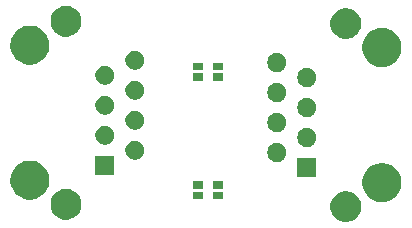
<source format=gbs>
G04 #@! TF.GenerationSoftware,KiCad,Pcbnew,(5.1.2)-1*
G04 #@! TF.CreationDate,2024-05-04T01:05:48+09:00*
G04 #@! TF.ProjectId,lf,6c662e6b-6963-4616-945f-706362585858,v1.1*
G04 #@! TF.SameCoordinates,Original*
G04 #@! TF.FileFunction,Soldermask,Bot*
G04 #@! TF.FilePolarity,Negative*
%FSLAX46Y46*%
G04 Gerber Fmt 4.6, Leading zero omitted, Abs format (unit mm)*
G04 Created by KiCad (PCBNEW (5.1.2)-1) date 2024-05-04 01:05:48*
%MOMM*%
%LPD*%
G04 APERTURE LIST*
%ADD10C,0.100000*%
G04 APERTURE END LIST*
D10*
G36*
X158229778Y-96148034D02*
G01*
X158327881Y-96188670D01*
X158466728Y-96246182D01*
X158679977Y-96388670D01*
X158861330Y-96570023D01*
X159003818Y-96783272D01*
X159019123Y-96820222D01*
X159101966Y-97020222D01*
X159152000Y-97271763D01*
X159152000Y-97528237D01*
X159101966Y-97779778D01*
X159044472Y-97918580D01*
X159003818Y-98016728D01*
X158861330Y-98229977D01*
X158679977Y-98411330D01*
X158466728Y-98553818D01*
X158368580Y-98594472D01*
X158229778Y-98651966D01*
X157978237Y-98702000D01*
X157721763Y-98702000D01*
X157470222Y-98651966D01*
X157331420Y-98594472D01*
X157233272Y-98553818D01*
X157020023Y-98411330D01*
X156838670Y-98229977D01*
X156696182Y-98016728D01*
X156655528Y-97918580D01*
X156598034Y-97779778D01*
X156548000Y-97528237D01*
X156548000Y-97271763D01*
X156598034Y-97020222D01*
X156680877Y-96820222D01*
X156696182Y-96783272D01*
X156838670Y-96570023D01*
X157020023Y-96388670D01*
X157233272Y-96246182D01*
X157372119Y-96188670D01*
X157470222Y-96148034D01*
X157721763Y-96098000D01*
X157978237Y-96098000D01*
X158229778Y-96148034D01*
X158229778Y-96148034D01*
G37*
G36*
X134529778Y-95948034D02*
G01*
X134668580Y-96005528D01*
X134766728Y-96046182D01*
X134979977Y-96188670D01*
X135161330Y-96370023D01*
X135303818Y-96583272D01*
X135303818Y-96583273D01*
X135401966Y-96820222D01*
X135452000Y-97071763D01*
X135452000Y-97328237D01*
X135401966Y-97579778D01*
X135344472Y-97718580D01*
X135303818Y-97816728D01*
X135161330Y-98029977D01*
X134979977Y-98211330D01*
X134766728Y-98353818D01*
X134668580Y-98394472D01*
X134529778Y-98451966D01*
X134278237Y-98502000D01*
X134021763Y-98502000D01*
X133770222Y-98451966D01*
X133631420Y-98394472D01*
X133533272Y-98353818D01*
X133320023Y-98211330D01*
X133138670Y-98029977D01*
X132996182Y-97816728D01*
X132955528Y-97718580D01*
X132898034Y-97579778D01*
X132848000Y-97328237D01*
X132848000Y-97071763D01*
X132898034Y-96820222D01*
X132996182Y-96583273D01*
X132996182Y-96583272D01*
X133138670Y-96370023D01*
X133320023Y-96188670D01*
X133533272Y-96046182D01*
X133631420Y-96005528D01*
X133770222Y-95948034D01*
X134021763Y-95898000D01*
X134278237Y-95898000D01*
X134529778Y-95948034D01*
X134529778Y-95948034D01*
G37*
G36*
X161275256Y-93756298D02*
G01*
X161381579Y-93777447D01*
X161682042Y-93901903D01*
X161952451Y-94082585D01*
X162182415Y-94312549D01*
X162182416Y-94312551D01*
X162363098Y-94582960D01*
X162487553Y-94883422D01*
X162551000Y-95202389D01*
X162551000Y-95527611D01*
X162508702Y-95740256D01*
X162487553Y-95846579D01*
X162363097Y-96147042D01*
X162182415Y-96417451D01*
X161952451Y-96647415D01*
X161682042Y-96828097D01*
X161381579Y-96952553D01*
X161275256Y-96973702D01*
X161062611Y-97016000D01*
X160737389Y-97016000D01*
X160524744Y-96973702D01*
X160418421Y-96952553D01*
X160117958Y-96828097D01*
X159847549Y-96647415D01*
X159617585Y-96417451D01*
X159436903Y-96147042D01*
X159312447Y-95846579D01*
X159291298Y-95740256D01*
X159249000Y-95527611D01*
X159249000Y-95202389D01*
X159312447Y-94883422D01*
X159436902Y-94582960D01*
X159617584Y-94312551D01*
X159617585Y-94312549D01*
X159847549Y-94082585D01*
X160117958Y-93901903D01*
X160418421Y-93777447D01*
X160524744Y-93756298D01*
X160737389Y-93714000D01*
X161062611Y-93714000D01*
X161275256Y-93756298D01*
X161275256Y-93756298D01*
G37*
G36*
X131475256Y-93556298D02*
G01*
X131581579Y-93577447D01*
X131882042Y-93701903D01*
X132152451Y-93882585D01*
X132382415Y-94112549D01*
X132563097Y-94382958D01*
X132645941Y-94582960D01*
X132687553Y-94683422D01*
X132727336Y-94883421D01*
X132751000Y-95002391D01*
X132751000Y-95327609D01*
X132687553Y-95646579D01*
X132563097Y-95947042D01*
X132382415Y-96217451D01*
X132152451Y-96447415D01*
X131882042Y-96628097D01*
X131581579Y-96752553D01*
X131475256Y-96773702D01*
X131262611Y-96816000D01*
X130937389Y-96816000D01*
X130724744Y-96773702D01*
X130618421Y-96752553D01*
X130317958Y-96628097D01*
X130047549Y-96447415D01*
X129817585Y-96217451D01*
X129636903Y-95947042D01*
X129512447Y-95646579D01*
X129449000Y-95327609D01*
X129449000Y-95002391D01*
X129472665Y-94883421D01*
X129512447Y-94683422D01*
X129554060Y-94582960D01*
X129636903Y-94382958D01*
X129817585Y-94112549D01*
X130047549Y-93882585D01*
X130317958Y-93701903D01*
X130618421Y-93577447D01*
X130724744Y-93556298D01*
X130937389Y-93514000D01*
X131262611Y-93514000D01*
X131475256Y-93556298D01*
X131475256Y-93556298D01*
G37*
G36*
X147466000Y-96741000D02*
G01*
X146604000Y-96741000D01*
X146604000Y-96129000D01*
X147466000Y-96129000D01*
X147466000Y-96741000D01*
X147466000Y-96741000D01*
G37*
G36*
X145796000Y-96741000D02*
G01*
X144934000Y-96741000D01*
X144934000Y-96129000D01*
X145796000Y-96129000D01*
X145796000Y-96741000D01*
X145796000Y-96741000D01*
G37*
G36*
X147466000Y-95871000D02*
G01*
X146604000Y-95871000D01*
X146604000Y-95259000D01*
X147466000Y-95259000D01*
X147466000Y-95871000D01*
X147466000Y-95871000D01*
G37*
G36*
X145796000Y-95871000D02*
G01*
X144934000Y-95871000D01*
X144934000Y-95259000D01*
X145796000Y-95259000D01*
X145796000Y-95871000D01*
X145796000Y-95871000D01*
G37*
G36*
X155356000Y-94901000D02*
G01*
X153744000Y-94901000D01*
X153744000Y-93289000D01*
X155356000Y-93289000D01*
X155356000Y-94901000D01*
X155356000Y-94901000D01*
G37*
G36*
X138256000Y-94701000D02*
G01*
X136644000Y-94701000D01*
X136644000Y-93089000D01*
X138256000Y-93089000D01*
X138256000Y-94701000D01*
X138256000Y-94701000D01*
G37*
G36*
X152245101Y-92049973D02*
G01*
X152391783Y-92110731D01*
X152420661Y-92130027D01*
X152523795Y-92198939D01*
X152636061Y-92311205D01*
X152636062Y-92311207D01*
X152724269Y-92443217D01*
X152785027Y-92589899D01*
X152816000Y-92745615D01*
X152816000Y-92904385D01*
X152785027Y-93060101D01*
X152724269Y-93206783D01*
X152724268Y-93206784D01*
X152636061Y-93338795D01*
X152523795Y-93451061D01*
X152457340Y-93495465D01*
X152391783Y-93539269D01*
X152245101Y-93600027D01*
X152089385Y-93631000D01*
X151930615Y-93631000D01*
X151774899Y-93600027D01*
X151628217Y-93539269D01*
X151562660Y-93495465D01*
X151496205Y-93451061D01*
X151383939Y-93338795D01*
X151295732Y-93206784D01*
X151295731Y-93206783D01*
X151234973Y-93060101D01*
X151204000Y-92904385D01*
X151204000Y-92745615D01*
X151234973Y-92589899D01*
X151295731Y-92443217D01*
X151383938Y-92311207D01*
X151383939Y-92311205D01*
X151496205Y-92198939D01*
X151599339Y-92130027D01*
X151628217Y-92110731D01*
X151774899Y-92049973D01*
X151930615Y-92019000D01*
X152089385Y-92019000D01*
X152245101Y-92049973D01*
X152245101Y-92049973D01*
G37*
G36*
X140225101Y-91849973D02*
G01*
X140371783Y-91910731D01*
X140371784Y-91910732D01*
X140503795Y-91998939D01*
X140616061Y-92111205D01*
X140616062Y-92111207D01*
X140704269Y-92243217D01*
X140765027Y-92389899D01*
X140796000Y-92545615D01*
X140796000Y-92704385D01*
X140765027Y-92860101D01*
X140704269Y-93006783D01*
X140704268Y-93006784D01*
X140616061Y-93138795D01*
X140503795Y-93251061D01*
X140447015Y-93289000D01*
X140371783Y-93339269D01*
X140225101Y-93400027D01*
X140069385Y-93431000D01*
X139910615Y-93431000D01*
X139754899Y-93400027D01*
X139608217Y-93339269D01*
X139532985Y-93289000D01*
X139476205Y-93251061D01*
X139363939Y-93138795D01*
X139275732Y-93006784D01*
X139275731Y-93006783D01*
X139214973Y-92860101D01*
X139184000Y-92704385D01*
X139184000Y-92545615D01*
X139214973Y-92389899D01*
X139275731Y-92243217D01*
X139363938Y-92111207D01*
X139363939Y-92111205D01*
X139476205Y-91998939D01*
X139608216Y-91910732D01*
X139608217Y-91910731D01*
X139754899Y-91849973D01*
X139910615Y-91819000D01*
X140069385Y-91819000D01*
X140225101Y-91849973D01*
X140225101Y-91849973D01*
G37*
G36*
X154785101Y-90779973D02*
G01*
X154931783Y-90840731D01*
X154960661Y-90860027D01*
X155063795Y-90928939D01*
X155176061Y-91041205D01*
X155176062Y-91041207D01*
X155264269Y-91173217D01*
X155325027Y-91319899D01*
X155356000Y-91475615D01*
X155356000Y-91634385D01*
X155325027Y-91790101D01*
X155264269Y-91936783D01*
X155264268Y-91936784D01*
X155176061Y-92068795D01*
X155063795Y-92181061D01*
X154997340Y-92225465D01*
X154931783Y-92269269D01*
X154785101Y-92330027D01*
X154629385Y-92361000D01*
X154470615Y-92361000D01*
X154314899Y-92330027D01*
X154168217Y-92269269D01*
X154102660Y-92225465D01*
X154036205Y-92181061D01*
X153923939Y-92068795D01*
X153835732Y-91936784D01*
X153835731Y-91936783D01*
X153774973Y-91790101D01*
X153744000Y-91634385D01*
X153744000Y-91475615D01*
X153774973Y-91319899D01*
X153835731Y-91173217D01*
X153923938Y-91041207D01*
X153923939Y-91041205D01*
X154036205Y-90928939D01*
X154139339Y-90860027D01*
X154168217Y-90840731D01*
X154314899Y-90779973D01*
X154470615Y-90749000D01*
X154629385Y-90749000D01*
X154785101Y-90779973D01*
X154785101Y-90779973D01*
G37*
G36*
X137685101Y-90579973D02*
G01*
X137831783Y-90640731D01*
X137831784Y-90640732D01*
X137963795Y-90728939D01*
X138076061Y-90841205D01*
X138076062Y-90841207D01*
X138164269Y-90973217D01*
X138225027Y-91119899D01*
X138256000Y-91275615D01*
X138256000Y-91434385D01*
X138225027Y-91590101D01*
X138164269Y-91736783D01*
X138164268Y-91736784D01*
X138076061Y-91868795D01*
X137963795Y-91981061D01*
X137907015Y-92019000D01*
X137831783Y-92069269D01*
X137685101Y-92130027D01*
X137529385Y-92161000D01*
X137370615Y-92161000D01*
X137214899Y-92130027D01*
X137068217Y-92069269D01*
X136992985Y-92019000D01*
X136936205Y-91981061D01*
X136823939Y-91868795D01*
X136735732Y-91736784D01*
X136735731Y-91736783D01*
X136674973Y-91590101D01*
X136644000Y-91434385D01*
X136644000Y-91275615D01*
X136674973Y-91119899D01*
X136735731Y-90973217D01*
X136823938Y-90841207D01*
X136823939Y-90841205D01*
X136936205Y-90728939D01*
X137068216Y-90640732D01*
X137068217Y-90640731D01*
X137214899Y-90579973D01*
X137370615Y-90549000D01*
X137529385Y-90549000D01*
X137685101Y-90579973D01*
X137685101Y-90579973D01*
G37*
G36*
X152245101Y-89509973D02*
G01*
X152391783Y-89570731D01*
X152420661Y-89590027D01*
X152523795Y-89658939D01*
X152636061Y-89771205D01*
X152636062Y-89771207D01*
X152724269Y-89903217D01*
X152785027Y-90049899D01*
X152816000Y-90205615D01*
X152816000Y-90364385D01*
X152785027Y-90520101D01*
X152724269Y-90666783D01*
X152724268Y-90666784D01*
X152636061Y-90798795D01*
X152523795Y-90911061D01*
X152457340Y-90955465D01*
X152391783Y-90999269D01*
X152245101Y-91060027D01*
X152089385Y-91091000D01*
X151930615Y-91091000D01*
X151774899Y-91060027D01*
X151628217Y-90999269D01*
X151562660Y-90955465D01*
X151496205Y-90911061D01*
X151383939Y-90798795D01*
X151295732Y-90666784D01*
X151295731Y-90666783D01*
X151234973Y-90520101D01*
X151204000Y-90364385D01*
X151204000Y-90205615D01*
X151234973Y-90049899D01*
X151295731Y-89903217D01*
X151383938Y-89771207D01*
X151383939Y-89771205D01*
X151496205Y-89658939D01*
X151599339Y-89590027D01*
X151628217Y-89570731D01*
X151774899Y-89509973D01*
X151930615Y-89479000D01*
X152089385Y-89479000D01*
X152245101Y-89509973D01*
X152245101Y-89509973D01*
G37*
G36*
X140225101Y-89309973D02*
G01*
X140371783Y-89370731D01*
X140371784Y-89370732D01*
X140503795Y-89458939D01*
X140616061Y-89571205D01*
X140616062Y-89571207D01*
X140704269Y-89703217D01*
X140765027Y-89849899D01*
X140796000Y-90005615D01*
X140796000Y-90164385D01*
X140765027Y-90320101D01*
X140704269Y-90466783D01*
X140704268Y-90466784D01*
X140616061Y-90598795D01*
X140503795Y-90711061D01*
X140447015Y-90749000D01*
X140371783Y-90799269D01*
X140225101Y-90860027D01*
X140069385Y-90891000D01*
X139910615Y-90891000D01*
X139754899Y-90860027D01*
X139608217Y-90799269D01*
X139532985Y-90749000D01*
X139476205Y-90711061D01*
X139363939Y-90598795D01*
X139275732Y-90466784D01*
X139275731Y-90466783D01*
X139214973Y-90320101D01*
X139184000Y-90164385D01*
X139184000Y-90005615D01*
X139214973Y-89849899D01*
X139275731Y-89703217D01*
X139363938Y-89571207D01*
X139363939Y-89571205D01*
X139476205Y-89458939D01*
X139608216Y-89370732D01*
X139608217Y-89370731D01*
X139754899Y-89309973D01*
X139910615Y-89279000D01*
X140069385Y-89279000D01*
X140225101Y-89309973D01*
X140225101Y-89309973D01*
G37*
G36*
X154785101Y-88239973D02*
G01*
X154931783Y-88300731D01*
X154960661Y-88320027D01*
X155063795Y-88388939D01*
X155176061Y-88501205D01*
X155176062Y-88501207D01*
X155264269Y-88633217D01*
X155325027Y-88779899D01*
X155356000Y-88935615D01*
X155356000Y-89094385D01*
X155325027Y-89250101D01*
X155264269Y-89396783D01*
X155264268Y-89396784D01*
X155176061Y-89528795D01*
X155063795Y-89641061D01*
X154997340Y-89685465D01*
X154931783Y-89729269D01*
X154785101Y-89790027D01*
X154629385Y-89821000D01*
X154470615Y-89821000D01*
X154314899Y-89790027D01*
X154168217Y-89729269D01*
X154102660Y-89685465D01*
X154036205Y-89641061D01*
X153923939Y-89528795D01*
X153835732Y-89396784D01*
X153835731Y-89396783D01*
X153774973Y-89250101D01*
X153744000Y-89094385D01*
X153744000Y-88935615D01*
X153774973Y-88779899D01*
X153835731Y-88633217D01*
X153923938Y-88501207D01*
X153923939Y-88501205D01*
X154036205Y-88388939D01*
X154139339Y-88320027D01*
X154168217Y-88300731D01*
X154314899Y-88239973D01*
X154470615Y-88209000D01*
X154629385Y-88209000D01*
X154785101Y-88239973D01*
X154785101Y-88239973D01*
G37*
G36*
X137685101Y-88039973D02*
G01*
X137831783Y-88100731D01*
X137831784Y-88100732D01*
X137963795Y-88188939D01*
X138076061Y-88301205D01*
X138076062Y-88301207D01*
X138164269Y-88433217D01*
X138225027Y-88579899D01*
X138256000Y-88735615D01*
X138256000Y-88894385D01*
X138225027Y-89050101D01*
X138164269Y-89196783D01*
X138164268Y-89196784D01*
X138076061Y-89328795D01*
X137963795Y-89441061D01*
X137907015Y-89479000D01*
X137831783Y-89529269D01*
X137685101Y-89590027D01*
X137529385Y-89621000D01*
X137370615Y-89621000D01*
X137214899Y-89590027D01*
X137068217Y-89529269D01*
X136992985Y-89479000D01*
X136936205Y-89441061D01*
X136823939Y-89328795D01*
X136735732Y-89196784D01*
X136735731Y-89196783D01*
X136674973Y-89050101D01*
X136644000Y-88894385D01*
X136644000Y-88735615D01*
X136674973Y-88579899D01*
X136735731Y-88433217D01*
X136823938Y-88301207D01*
X136823939Y-88301205D01*
X136936205Y-88188939D01*
X137068216Y-88100732D01*
X137068217Y-88100731D01*
X137214899Y-88039973D01*
X137370615Y-88009000D01*
X137529385Y-88009000D01*
X137685101Y-88039973D01*
X137685101Y-88039973D01*
G37*
G36*
X152245101Y-86969973D02*
G01*
X152391783Y-87030731D01*
X152420661Y-87050027D01*
X152523795Y-87118939D01*
X152636061Y-87231205D01*
X152636062Y-87231207D01*
X152724269Y-87363217D01*
X152785027Y-87509899D01*
X152816000Y-87665615D01*
X152816000Y-87824385D01*
X152785027Y-87980101D01*
X152724269Y-88126783D01*
X152724268Y-88126784D01*
X152636061Y-88258795D01*
X152523795Y-88371061D01*
X152457340Y-88415465D01*
X152391783Y-88459269D01*
X152245101Y-88520027D01*
X152089385Y-88551000D01*
X151930615Y-88551000D01*
X151774899Y-88520027D01*
X151628217Y-88459269D01*
X151562660Y-88415465D01*
X151496205Y-88371061D01*
X151383939Y-88258795D01*
X151295732Y-88126784D01*
X151295731Y-88126783D01*
X151234973Y-87980101D01*
X151204000Y-87824385D01*
X151204000Y-87665615D01*
X151234973Y-87509899D01*
X151295731Y-87363217D01*
X151383938Y-87231207D01*
X151383939Y-87231205D01*
X151496205Y-87118939D01*
X151599339Y-87050027D01*
X151628217Y-87030731D01*
X151774899Y-86969973D01*
X151930615Y-86939000D01*
X152089385Y-86939000D01*
X152245101Y-86969973D01*
X152245101Y-86969973D01*
G37*
G36*
X140225101Y-86769973D02*
G01*
X140371783Y-86830731D01*
X140371784Y-86830732D01*
X140503795Y-86918939D01*
X140616061Y-87031205D01*
X140616062Y-87031207D01*
X140704269Y-87163217D01*
X140765027Y-87309899D01*
X140796000Y-87465615D01*
X140796000Y-87624385D01*
X140765027Y-87780101D01*
X140704269Y-87926783D01*
X140704268Y-87926784D01*
X140616061Y-88058795D01*
X140503795Y-88171061D01*
X140447015Y-88209000D01*
X140371783Y-88259269D01*
X140225101Y-88320027D01*
X140069385Y-88351000D01*
X139910615Y-88351000D01*
X139754899Y-88320027D01*
X139608217Y-88259269D01*
X139532985Y-88209000D01*
X139476205Y-88171061D01*
X139363939Y-88058795D01*
X139275732Y-87926784D01*
X139275731Y-87926783D01*
X139214973Y-87780101D01*
X139184000Y-87624385D01*
X139184000Y-87465615D01*
X139214973Y-87309899D01*
X139275731Y-87163217D01*
X139363938Y-87031207D01*
X139363939Y-87031205D01*
X139476205Y-86918939D01*
X139608216Y-86830732D01*
X139608217Y-86830731D01*
X139754899Y-86769973D01*
X139910615Y-86739000D01*
X140069385Y-86739000D01*
X140225101Y-86769973D01*
X140225101Y-86769973D01*
G37*
G36*
X154785101Y-85699973D02*
G01*
X154931783Y-85760731D01*
X154960661Y-85780027D01*
X155063795Y-85848939D01*
X155176061Y-85961205D01*
X155176062Y-85961207D01*
X155264269Y-86093217D01*
X155325027Y-86239899D01*
X155356000Y-86395615D01*
X155356000Y-86554385D01*
X155325027Y-86710101D01*
X155264269Y-86856783D01*
X155264268Y-86856784D01*
X155176061Y-86988795D01*
X155063795Y-87101061D01*
X154997340Y-87145465D01*
X154931783Y-87189269D01*
X154785101Y-87250027D01*
X154629385Y-87281000D01*
X154470615Y-87281000D01*
X154314899Y-87250027D01*
X154168217Y-87189269D01*
X154102660Y-87145465D01*
X154036205Y-87101061D01*
X153923939Y-86988795D01*
X153835732Y-86856784D01*
X153835731Y-86856783D01*
X153774973Y-86710101D01*
X153744000Y-86554385D01*
X153744000Y-86395615D01*
X153774973Y-86239899D01*
X153835731Y-86093217D01*
X153923938Y-85961207D01*
X153923939Y-85961205D01*
X154036205Y-85848939D01*
X154139339Y-85780027D01*
X154168217Y-85760731D01*
X154314899Y-85699973D01*
X154470615Y-85669000D01*
X154629385Y-85669000D01*
X154785101Y-85699973D01*
X154785101Y-85699973D01*
G37*
G36*
X137685101Y-85499973D02*
G01*
X137831783Y-85560731D01*
X137831784Y-85560732D01*
X137963795Y-85648939D01*
X138076061Y-85761205D01*
X138076062Y-85761207D01*
X138164269Y-85893217D01*
X138225027Y-86039899D01*
X138256000Y-86195615D01*
X138256000Y-86354385D01*
X138225027Y-86510101D01*
X138164269Y-86656783D01*
X138164268Y-86656784D01*
X138076061Y-86788795D01*
X137963795Y-86901061D01*
X137907015Y-86939000D01*
X137831783Y-86989269D01*
X137685101Y-87050027D01*
X137529385Y-87081000D01*
X137370615Y-87081000D01*
X137214899Y-87050027D01*
X137068217Y-86989269D01*
X136992985Y-86939000D01*
X136936205Y-86901061D01*
X136823939Y-86788795D01*
X136735732Y-86656784D01*
X136735731Y-86656783D01*
X136674973Y-86510101D01*
X136644000Y-86354385D01*
X136644000Y-86195615D01*
X136674973Y-86039899D01*
X136735731Y-85893217D01*
X136823938Y-85761207D01*
X136823939Y-85761205D01*
X136936205Y-85648939D01*
X137068216Y-85560732D01*
X137068217Y-85560731D01*
X137214899Y-85499973D01*
X137370615Y-85469000D01*
X137529385Y-85469000D01*
X137685101Y-85499973D01*
X137685101Y-85499973D01*
G37*
G36*
X147466000Y-86741000D02*
G01*
X146604000Y-86741000D01*
X146604000Y-86129000D01*
X147466000Y-86129000D01*
X147466000Y-86741000D01*
X147466000Y-86741000D01*
G37*
G36*
X145796000Y-86741000D02*
G01*
X144934000Y-86741000D01*
X144934000Y-86129000D01*
X145796000Y-86129000D01*
X145796000Y-86741000D01*
X145796000Y-86741000D01*
G37*
G36*
X152245101Y-84429973D02*
G01*
X152391783Y-84490731D01*
X152391784Y-84490732D01*
X152523795Y-84578939D01*
X152636061Y-84691205D01*
X152636062Y-84691207D01*
X152724269Y-84823217D01*
X152785027Y-84969899D01*
X152816000Y-85125615D01*
X152816000Y-85284385D01*
X152785027Y-85440101D01*
X152724269Y-85586783D01*
X152724268Y-85586784D01*
X152636061Y-85718795D01*
X152523795Y-85831061D01*
X152492293Y-85852110D01*
X152391783Y-85919269D01*
X152245101Y-85980027D01*
X152089385Y-86011000D01*
X151930615Y-86011000D01*
X151774899Y-85980027D01*
X151628217Y-85919269D01*
X151527707Y-85852110D01*
X151496205Y-85831061D01*
X151383939Y-85718795D01*
X151295732Y-85586784D01*
X151295731Y-85586783D01*
X151234973Y-85440101D01*
X151204000Y-85284385D01*
X151204000Y-85125615D01*
X151234973Y-84969899D01*
X151295731Y-84823217D01*
X151383938Y-84691207D01*
X151383939Y-84691205D01*
X151496205Y-84578939D01*
X151628216Y-84490732D01*
X151628217Y-84490731D01*
X151774899Y-84429973D01*
X151930615Y-84399000D01*
X152089385Y-84399000D01*
X152245101Y-84429973D01*
X152245101Y-84429973D01*
G37*
G36*
X145796000Y-85871000D02*
G01*
X144934000Y-85871000D01*
X144934000Y-85259000D01*
X145796000Y-85259000D01*
X145796000Y-85871000D01*
X145796000Y-85871000D01*
G37*
G36*
X147466000Y-85871000D02*
G01*
X146604000Y-85871000D01*
X146604000Y-85259000D01*
X147466000Y-85259000D01*
X147466000Y-85871000D01*
X147466000Y-85871000D01*
G37*
G36*
X140225101Y-84229973D02*
G01*
X140371783Y-84290731D01*
X140371784Y-84290732D01*
X140503795Y-84378939D01*
X140616061Y-84491205D01*
X140616062Y-84491207D01*
X140704269Y-84623217D01*
X140765027Y-84769899D01*
X140796000Y-84925615D01*
X140796000Y-85084385D01*
X140765027Y-85240101D01*
X140704269Y-85386783D01*
X140704268Y-85386784D01*
X140616061Y-85518795D01*
X140503795Y-85631061D01*
X140447015Y-85669000D01*
X140371783Y-85719269D01*
X140225101Y-85780027D01*
X140069385Y-85811000D01*
X139910615Y-85811000D01*
X139754899Y-85780027D01*
X139608217Y-85719269D01*
X139532985Y-85669000D01*
X139476205Y-85631061D01*
X139363939Y-85518795D01*
X139275732Y-85386784D01*
X139275731Y-85386783D01*
X139214973Y-85240101D01*
X139184000Y-85084385D01*
X139184000Y-84925615D01*
X139214973Y-84769899D01*
X139275731Y-84623217D01*
X139363938Y-84491207D01*
X139363939Y-84491205D01*
X139476205Y-84378939D01*
X139608216Y-84290732D01*
X139608217Y-84290731D01*
X139754899Y-84229973D01*
X139910615Y-84199000D01*
X140069385Y-84199000D01*
X140225101Y-84229973D01*
X140225101Y-84229973D01*
G37*
G36*
X161227139Y-82316727D02*
G01*
X161381579Y-82347447D01*
X161682042Y-82471903D01*
X161952451Y-82652585D01*
X162182415Y-82882549D01*
X162362433Y-83151965D01*
X162363098Y-83152960D01*
X162487553Y-83453422D01*
X162551000Y-83772389D01*
X162551000Y-84097611D01*
X162508702Y-84310256D01*
X162487553Y-84416579D01*
X162363097Y-84717042D01*
X162182415Y-84987451D01*
X161952451Y-85217415D01*
X161682042Y-85398097D01*
X161381579Y-85522553D01*
X161275256Y-85543702D01*
X161062611Y-85586000D01*
X160737389Y-85586000D01*
X160524744Y-85543702D01*
X160418421Y-85522553D01*
X160117958Y-85398097D01*
X159847549Y-85217415D01*
X159617585Y-84987451D01*
X159436903Y-84717042D01*
X159312447Y-84416579D01*
X159291298Y-84310256D01*
X159249000Y-84097611D01*
X159249000Y-83772389D01*
X159312447Y-83453422D01*
X159436902Y-83152960D01*
X159437567Y-83151965D01*
X159617585Y-82882549D01*
X159847549Y-82652585D01*
X160117958Y-82471903D01*
X160418421Y-82347447D01*
X160572861Y-82316727D01*
X160737389Y-82284000D01*
X161062611Y-82284000D01*
X161227139Y-82316727D01*
X161227139Y-82316727D01*
G37*
G36*
X131475256Y-82126298D02*
G01*
X131581579Y-82147447D01*
X131882042Y-82271903D01*
X132152451Y-82452585D01*
X132382415Y-82682549D01*
X132563097Y-82952958D01*
X132666254Y-83202000D01*
X132687553Y-83253422D01*
X132727336Y-83453421D01*
X132751000Y-83572391D01*
X132751000Y-83897609D01*
X132687553Y-84216579D01*
X132656838Y-84290731D01*
X132573996Y-84490731D01*
X132563097Y-84517042D01*
X132382415Y-84787451D01*
X132152451Y-85017415D01*
X131882042Y-85198097D01*
X131581579Y-85322553D01*
X131475256Y-85343702D01*
X131262611Y-85386000D01*
X130937389Y-85386000D01*
X130724744Y-85343702D01*
X130618421Y-85322553D01*
X130317958Y-85198097D01*
X130047549Y-85017415D01*
X129817585Y-84787451D01*
X129636903Y-84517042D01*
X129626005Y-84490731D01*
X129543162Y-84290731D01*
X129512447Y-84216579D01*
X129449000Y-83897609D01*
X129449000Y-83572391D01*
X129472665Y-83453421D01*
X129512447Y-83253422D01*
X129533747Y-83202000D01*
X129636903Y-82952958D01*
X129817585Y-82682549D01*
X130047549Y-82452585D01*
X130317958Y-82271903D01*
X130618421Y-82147447D01*
X130724744Y-82126298D01*
X130937389Y-82084000D01*
X131262611Y-82084000D01*
X131475256Y-82126298D01*
X131475256Y-82126298D01*
G37*
G36*
X158229778Y-80648034D02*
G01*
X158327881Y-80688670D01*
X158466728Y-80746182D01*
X158679977Y-80888670D01*
X158861330Y-81070023D01*
X159003818Y-81283272D01*
X159019123Y-81320222D01*
X159101966Y-81520222D01*
X159152000Y-81771763D01*
X159152000Y-82028237D01*
X159101966Y-82279778D01*
X159073936Y-82347447D01*
X159003818Y-82516728D01*
X158861330Y-82729977D01*
X158679977Y-82911330D01*
X158466728Y-83053818D01*
X158368580Y-83094472D01*
X158229778Y-83151966D01*
X157978237Y-83202000D01*
X157721763Y-83202000D01*
X157470222Y-83151966D01*
X157331420Y-83094472D01*
X157233272Y-83053818D01*
X157020023Y-82911330D01*
X156838670Y-82729977D01*
X156696182Y-82516728D01*
X156626064Y-82347447D01*
X156598034Y-82279778D01*
X156548000Y-82028237D01*
X156548000Y-81771763D01*
X156598034Y-81520222D01*
X156680877Y-81320222D01*
X156696182Y-81283272D01*
X156838670Y-81070023D01*
X157020023Y-80888670D01*
X157233272Y-80746182D01*
X157372119Y-80688670D01*
X157470222Y-80648034D01*
X157721763Y-80598000D01*
X157978237Y-80598000D01*
X158229778Y-80648034D01*
X158229778Y-80648034D01*
G37*
G36*
X134529778Y-80448034D02*
G01*
X134668580Y-80505528D01*
X134766728Y-80546182D01*
X134979977Y-80688670D01*
X135161330Y-80870023D01*
X135303818Y-81083272D01*
X135303818Y-81083273D01*
X135401966Y-81320222D01*
X135452000Y-81571763D01*
X135452000Y-81828237D01*
X135401966Y-82079778D01*
X135400217Y-82084000D01*
X135303818Y-82316728D01*
X135161330Y-82529977D01*
X134979977Y-82711330D01*
X134766728Y-82853818D01*
X134697365Y-82882549D01*
X134529778Y-82951966D01*
X134278237Y-83002000D01*
X134021763Y-83002000D01*
X133770222Y-82951966D01*
X133602635Y-82882549D01*
X133533272Y-82853818D01*
X133320023Y-82711330D01*
X133138670Y-82529977D01*
X132996182Y-82316728D01*
X132899783Y-82084000D01*
X132898034Y-82079778D01*
X132848000Y-81828237D01*
X132848000Y-81571763D01*
X132898034Y-81320222D01*
X132996182Y-81083273D01*
X132996182Y-81083272D01*
X133138670Y-80870023D01*
X133320023Y-80688670D01*
X133533272Y-80546182D01*
X133631420Y-80505528D01*
X133770222Y-80448034D01*
X134021763Y-80398000D01*
X134278237Y-80398000D01*
X134529778Y-80448034D01*
X134529778Y-80448034D01*
G37*
M02*

</source>
